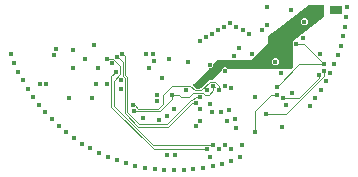
<source format=gbr>
%TF.GenerationSoftware,KiCad,Pcbnew,9.0.5*%
%TF.CreationDate,2025-10-30T22:03:55+01:00*%
%TF.ProjectId,36mm PCB,33366d6d-2050-4434-922e-6b696361645f,rev?*%
%TF.SameCoordinates,Original*%
%TF.FileFunction,Copper,L3,Inr*%
%TF.FilePolarity,Positive*%
%FSLAX46Y46*%
G04 Gerber Fmt 4.6, Leading zero omitted, Abs format (unit mm)*
G04 Created by KiCad (PCBNEW 9.0.5) date 2025-10-30 22:03:55*
%MOMM*%
%LPD*%
G01*
G04 APERTURE LIST*
%TA.AperFunction,ComponentPad*%
%ADD10R,1.000000X0.800000*%
%TD*%
%TA.AperFunction,ViaPad*%
%ADD11C,0.400000*%
%TD*%
%TA.AperFunction,Conductor*%
%ADD12C,0.100000*%
%TD*%
G04 APERTURE END LIST*
D10*
%TO.N,+3V0*%
%TO.C,J2*%
X165480000Y-95070000D03*
%TO.N,GND*%
X167080000Y-95070000D03*
%TD*%
D11*
%TO.N,GND*%
X151930000Y-102770000D03*
X151930000Y-102240000D03*
X151565954Y-98778557D03*
X150965954Y-98778557D03*
X162430000Y-100380000D03*
X160780000Y-96750000D03*
X164310000Y-97410000D03*
X158560000Y-105090000D03*
X158540000Y-104260000D03*
X157320000Y-103720000D03*
X156580000Y-103720000D03*
X157845000Y-104450000D03*
X145850000Y-99200000D03*
X159940000Y-98810000D03*
X162830000Y-103070000D03*
X140174791Y-100282707D03*
X145556824Y-106363784D03*
X167832791Y-96464370D03*
X163260000Y-95090001D03*
X167948428Y-95649789D03*
X167671581Y-97271170D03*
X151709590Y-108543764D03*
X148510174Y-107801021D03*
X168010000Y-94840000D03*
X146993070Y-107165478D03*
X158111156Y-96180002D03*
X166583318Y-100370140D03*
X155511928Y-97669994D03*
X165740000Y-98810000D03*
X166920316Y-99619575D03*
X158020000Y-103520000D03*
X154994071Y-108554639D03*
X167214622Y-98851267D03*
X156031544Y-97369993D03*
X159670000Y-97080000D03*
X156430000Y-103010000D03*
X158967765Y-107541734D03*
X141908027Y-103072657D03*
X142435781Y-103703838D03*
X146263680Y-106784815D03*
X156359200Y-107521581D03*
X165327473Y-102491993D03*
X158630771Y-96480002D03*
X155809089Y-108442121D03*
X164831647Y-103148553D03*
X157590386Y-96469999D03*
X140962929Y-101726437D03*
X153400000Y-107370000D03*
X157070770Y-96770000D03*
X143593376Y-104872382D03*
X149293098Y-108053893D03*
X150895336Y-108425853D03*
X156616499Y-108284001D03*
X140548570Y-101015648D03*
X139842771Y-99529927D03*
X152529183Y-108615753D03*
X162526202Y-104986315D03*
X166204694Y-101100590D03*
X142998156Y-104304378D03*
X152740000Y-107370000D03*
X150088989Y-108262390D03*
X157413754Y-108080779D03*
X158198335Y-107833096D03*
X144219560Y-105406055D03*
X139540000Y-98780000D03*
X154174020Y-108621199D03*
X167465307Y-98067640D03*
X147742691Y-107504570D03*
X153351525Y-108641592D03*
X159150385Y-96780000D03*
X156551154Y-97070001D03*
X153382512Y-103412512D03*
X144800000Y-98450000D03*
X147660000Y-101350000D03*
X165785638Y-101808620D03*
X141416558Y-102412829D03*
X144480000Y-102550000D03*
X144874732Y-105903713D03*
%TO.N,+3.3V*%
X148840000Y-101780000D03*
X144800000Y-99950000D03*
X150710000Y-104170000D03*
X159135000Y-106470000D03*
X146380000Y-102550000D03*
X160190000Y-102420000D03*
X154370000Y-101860000D03*
X158135000Y-106870000D03*
X146900000Y-99950000D03*
X161930000Y-99420000D03*
X157690000Y-100210000D03*
X158392122Y-98953911D03*
X156135000Y-101870000D03*
%TO.N,Net-(C20-Pad2)*%
X163380000Y-102070000D03*
%TO.N,+3V0*%
X161580000Y-97590000D03*
X155450000Y-101500000D03*
X162840000Y-99420000D03*
%TO.N,/Peripherals/VDDIO*%
X152070847Y-104384273D03*
%TO.N,Net-(IC2-CRST)*%
X146710000Y-101360000D03*
%TO.N,/Power/Charge +*%
X164393692Y-96037382D03*
X146555002Y-97999998D03*
%TO.N,/NRST*%
X157635000Y-101470000D03*
%TO.N,+1V8*%
X152774641Y-104064641D03*
X158830000Y-98250000D03*
%TO.N,Net-(D1-VCAP)*%
X158135000Y-101670000D03*
%TO.N,/I2C_SCL*%
X149897012Y-103110719D03*
X157135000Y-101870000D03*
%TO.N,/SWDIO*%
X155190000Y-104920000D03*
%TO.N,/H_Tim2*%
X155580000Y-102420000D03*
X148983266Y-98778557D03*
%TO.N,/Button press*%
X162070000Y-102220000D03*
X160180000Y-105420000D03*
%TO.N,/DEBLED*%
X157635000Y-106470000D03*
%TO.N,/H_on_GPIO*%
X156630000Y-106470000D03*
X147700000Y-99201000D03*
%TO.N,/H_Tim1*%
X148534974Y-98999999D03*
X155190000Y-102920000D03*
%TO.N,/Select dial*%
X156130000Y-106870000D03*
X148460000Y-100294323D03*
%TO.N,/I2C_SDA*%
X156640000Y-101470000D03*
X153149592Y-102240000D03*
X150000000Y-103600000D03*
%TO.N,/PCF_Reset*%
X157135000Y-106870000D03*
X156370000Y-99680000D03*
%TO.N,/SWCLK*%
X155580000Y-104420000D03*
%TO.N,/BMP581_INT*%
X155580000Y-103420000D03*
%TO.N,/Dial/MOT1*%
X152329119Y-100779693D03*
X143400000Y-98351003D03*
X148847277Y-100973924D03*
%TO.N,/Dial/VDD PROG*%
X151256277Y-99961251D03*
%TO.N,/Dial/MOT2*%
X143160000Y-98870000D03*
X151657420Y-99369628D03*
%TO.N,Net-(IC1-RESET)*%
X154540000Y-99499999D03*
X152950000Y-99210000D03*
%TO.N,/Power/STAT*%
X148074517Y-99549495D03*
X161190000Y-94830000D03*
%TO.N,Net-(IC5-PROG)*%
X161190000Y-96340000D03*
%TO.N,Net-(IC8-1D-)*%
X142482000Y-101340000D03*
%TO.N,Net-(IC8-1D+)*%
X141982169Y-101326916D03*
%TO.N,Net-(LDLN025PU1-EN)*%
X162040000Y-101570000D03*
X163720000Y-97940000D03*
X166044763Y-99650018D03*
%TO.N,Net-(TPS3424A11C13ADRLR1-~INT~)*%
X166074763Y-100210018D03*
X161120000Y-103880000D03*
%TO.N,Net-(TPS3424A11C13ADRLR1-kill)*%
X162600000Y-102490000D03*
X165624763Y-100560018D03*
%TD*%
D12*
%TO.N,/I2C_SDA*%
X156640000Y-101870000D02*
X156640000Y-101470000D01*
X154981000Y-102069000D02*
X155837611Y-102069000D01*
X156284305Y-102225695D02*
X156640000Y-101870000D01*
X154630000Y-102420000D02*
X154981000Y-102069000D01*
X155837611Y-102069000D02*
X155994306Y-102225695D01*
X153950000Y-102420000D02*
X154630000Y-102420000D01*
X153770000Y-102240000D02*
X153950000Y-102420000D01*
X153149592Y-102240000D02*
X153770000Y-102240000D01*
X155994306Y-102225695D02*
X156284305Y-102225695D01*
%TO.N,/I2C_SCL*%
X157135000Y-101468611D02*
X157135000Y-101870000D01*
X156785389Y-101119000D02*
X157135000Y-101468611D01*
X155648611Y-101860000D02*
X156389611Y-101119000D01*
X155110000Y-101860000D02*
X155648611Y-101860000D01*
X154730000Y-101480000D02*
X155110000Y-101860000D01*
X152021000Y-103429000D02*
X152400000Y-103050000D01*
X150020719Y-103110719D02*
X150339000Y-103429000D01*
X150339000Y-103429000D02*
X152021000Y-103429000D01*
X156389611Y-101119000D02*
X156785389Y-101119000D01*
X153200000Y-101480000D02*
X154730000Y-101480000D01*
X149897012Y-103110719D02*
X150020719Y-103110719D01*
X152400000Y-103050000D02*
X152400000Y-102280000D01*
X152400000Y-102280000D02*
X153200000Y-101480000D01*
%TO.N,/I2C_SDA*%
X153149592Y-102630408D02*
X153149592Y-102240000D01*
X152150000Y-103630000D02*
X153149592Y-102630408D01*
X150030000Y-103630000D02*
X152150000Y-103630000D01*
X150000000Y-103600000D02*
X150030000Y-103630000D01*
%TO.N,/I2C_SCL*%
X149879448Y-103093155D02*
X149879448Y-102973018D01*
X149879448Y-102973018D02*
X149888738Y-102963728D01*
%TO.N,/H_Tim1*%
X154900000Y-102920000D02*
X155190000Y-102920000D01*
X152879001Y-104941000D02*
X154900000Y-102920000D01*
X149199001Y-100829259D02*
X149199000Y-103813257D01*
X149010000Y-100640258D02*
X149199001Y-100829259D01*
X149199000Y-103813257D02*
X150326744Y-104941000D01*
X149010000Y-99469999D02*
X149010000Y-100640258D01*
X148614202Y-99074202D02*
X149010000Y-99469999D01*
X148609177Y-99074202D02*
X148614202Y-99074202D01*
X150326744Y-104941000D02*
X152879001Y-104941000D01*
X148534974Y-98999999D02*
X148609177Y-99074202D01*
%TO.N,/H_Tim2*%
X155170000Y-102420000D02*
X155580000Y-102420000D01*
X154871000Y-102719000D02*
X155170000Y-102420000D01*
X152795744Y-104740000D02*
X154816744Y-102719000D01*
X150410000Y-104740000D02*
X152795744Y-104740000D01*
X154816744Y-102719000D02*
X154871000Y-102719000D01*
X149400000Y-103730000D02*
X150410000Y-104740000D01*
X149400001Y-101332303D02*
X149400000Y-103730000D01*
X149399277Y-101331579D02*
X149400001Y-101332303D01*
X149211000Y-100557002D02*
X149399277Y-100745279D01*
X149210000Y-99385743D02*
X149211000Y-99386744D01*
X149210000Y-98980000D02*
X149210000Y-99385743D01*
X149008557Y-98778557D02*
X149210000Y-98980000D01*
X149211000Y-99386744D02*
X149211000Y-100557002D01*
X149399277Y-100745279D02*
X149399277Y-101331579D01*
X148983266Y-98778557D02*
X149008557Y-98778557D01*
%TO.N,/H_on_GPIO*%
X148256592Y-101053408D02*
X148256592Y-103166592D01*
X148810000Y-100500000D02*
X148256592Y-101053408D01*
X148810000Y-99770000D02*
X148810000Y-100500000D01*
X148220000Y-99180000D02*
X148810000Y-99770000D01*
X147721000Y-99180000D02*
X148220000Y-99180000D01*
X147700000Y-99201000D02*
X147721000Y-99180000D01*
X148256592Y-103166592D02*
X151560000Y-106470000D01*
X151560000Y-106470000D02*
X156630000Y-106470000D01*
%TO.N,/Button press*%
X161560000Y-102220000D02*
X160180000Y-103600000D01*
X162070000Y-102220000D02*
X161560000Y-102220000D01*
X160180000Y-103600000D02*
X160180000Y-105420000D01*
%TO.N,/Select dial*%
X148055592Y-100644408D02*
X148055592Y-103265592D01*
X148055592Y-103265592D02*
X151660000Y-106870000D01*
X151660000Y-106870000D02*
X156130000Y-106870000D01*
X148405677Y-100294323D02*
X148055592Y-100644408D01*
X148460000Y-100294323D02*
X148405677Y-100294323D01*
%TO.N,/I2C_SDA*%
X156781000Y-101611000D02*
X156640000Y-101470000D01*
%TO.N,Net-(LDLN025PU1-EN)*%
X163959982Y-99650018D02*
X162040000Y-101570000D01*
X164334745Y-97940000D02*
X166044763Y-99650018D01*
X163720000Y-97940000D02*
X164334745Y-97940000D01*
X166044763Y-99650018D02*
X163959982Y-99650018D01*
%TO.N,Net-(TPS3424A11C13ADRLR1-~INT~)*%
X166074763Y-100210018D02*
X166074763Y-100615237D01*
X162810000Y-103880000D02*
X161120000Y-103880000D01*
X166074763Y-100615237D02*
X162810000Y-103880000D01*
%TO.N,Net-(TPS3424A11C13ADRLR1-kill)*%
X165624763Y-100560018D02*
X165624763Y-100780981D01*
X165624763Y-100780981D02*
X163915744Y-102490000D01*
X163915744Y-102490000D02*
X162600000Y-102490000D01*
%TD*%
%TA.AperFunction,Conductor*%
%TO.N,+3V0*%
G36*
X166031452Y-94650185D02*
G01*
X166077207Y-94702989D01*
X166088407Y-94755692D01*
X166080572Y-95570458D01*
X166060244Y-95637305D01*
X166033174Y-95666780D01*
X163411261Y-97726260D01*
X163411260Y-97726262D01*
X163395832Y-99917002D01*
X163375676Y-99983901D01*
X163322551Y-100029283D01*
X163272414Y-100040128D01*
X158021565Y-100064652D01*
X157954434Y-100045280D01*
X157933305Y-100028334D01*
X157874512Y-99969541D01*
X157874504Y-99969535D01*
X157805995Y-99929982D01*
X157805990Y-99929979D01*
X157770457Y-99920458D01*
X157729562Y-99909500D01*
X157650438Y-99909500D01*
X157622441Y-99917002D01*
X157574009Y-99929979D01*
X157574004Y-99929982D01*
X157505495Y-99969535D01*
X157505487Y-99969541D01*
X157449541Y-100025487D01*
X157449535Y-100025495D01*
X157409982Y-100094004D01*
X157409977Y-100094015D01*
X157392808Y-100158089D01*
X157360374Y-100214015D01*
X156636270Y-100932521D01*
X156574818Y-100965768D01*
X156548930Y-100968500D01*
X156359672Y-100968500D01*
X156320803Y-100984600D01*
X156320804Y-100984601D01*
X156304363Y-100991411D01*
X156304360Y-100991412D01*
X156304359Y-100991413D01*
X156304358Y-100991413D01*
X156304356Y-100991415D01*
X155622590Y-101673181D01*
X155595662Y-101687884D01*
X155569844Y-101704477D01*
X155563643Y-101705368D01*
X155561267Y-101706666D01*
X155534909Y-101709500D01*
X155296738Y-101709500D01*
X155229699Y-101689815D01*
X155207864Y-101671972D01*
X155011226Y-101469872D01*
X154978584Y-101408096D01*
X154984523Y-101338479D01*
X155012158Y-101295979D01*
X156272338Y-100028334D01*
X156283528Y-100017078D01*
X156344752Y-99983412D01*
X156371468Y-99980500D01*
X156409560Y-99980500D01*
X156409562Y-99980500D01*
X156485989Y-99960021D01*
X156554511Y-99920460D01*
X156610460Y-99864511D01*
X156650021Y-99795989D01*
X156670500Y-99719562D01*
X156670500Y-99678960D01*
X156690185Y-99611921D01*
X156706554Y-99591545D01*
X156916417Y-99380438D01*
X161629500Y-99380438D01*
X161629500Y-99459562D01*
X161643152Y-99510513D01*
X161649979Y-99535990D01*
X161649982Y-99535995D01*
X161689535Y-99604504D01*
X161689539Y-99604509D01*
X161689540Y-99604511D01*
X161745489Y-99660460D01*
X161745491Y-99660461D01*
X161745495Y-99660464D01*
X161814004Y-99700017D01*
X161814011Y-99700021D01*
X161890438Y-99720500D01*
X161890440Y-99720500D01*
X161969560Y-99720500D01*
X161969562Y-99720500D01*
X162045989Y-99700021D01*
X162114511Y-99660460D01*
X162170460Y-99604511D01*
X162210021Y-99535989D01*
X162230500Y-99459562D01*
X162230500Y-99380438D01*
X162210021Y-99304011D01*
X162181385Y-99254411D01*
X162170464Y-99235495D01*
X162170458Y-99235487D01*
X162114512Y-99179541D01*
X162114504Y-99179535D01*
X162045995Y-99139982D01*
X162045990Y-99139979D01*
X162020513Y-99133152D01*
X161969562Y-99119500D01*
X161890438Y-99119500D01*
X161852224Y-99129739D01*
X161814009Y-99139979D01*
X161814004Y-99139982D01*
X161745495Y-99179535D01*
X161745487Y-99179541D01*
X161689541Y-99235487D01*
X161689535Y-99235495D01*
X161649982Y-99304004D01*
X161649979Y-99304009D01*
X161642108Y-99333385D01*
X161629500Y-99380438D01*
X156916417Y-99380438D01*
X156993751Y-99302645D01*
X157054972Y-99268982D01*
X157081409Y-99266070D01*
X159924761Y-99259874D01*
X161270000Y-97890000D01*
X161270000Y-97361828D01*
X161289685Y-97294789D01*
X161319381Y-97262793D01*
X162546929Y-96337882D01*
X162998261Y-95997820D01*
X164093192Y-95997820D01*
X164093192Y-96076944D01*
X164099247Y-96099540D01*
X164113671Y-96153372D01*
X164113674Y-96153377D01*
X164153227Y-96221886D01*
X164153231Y-96221891D01*
X164153232Y-96221893D01*
X164209181Y-96277842D01*
X164209183Y-96277843D01*
X164209187Y-96277846D01*
X164277696Y-96317399D01*
X164277703Y-96317403D01*
X164354130Y-96337882D01*
X164354132Y-96337882D01*
X164433252Y-96337882D01*
X164433254Y-96337882D01*
X164509681Y-96317403D01*
X164578203Y-96277842D01*
X164634152Y-96221893D01*
X164673713Y-96153371D01*
X164694192Y-96076944D01*
X164694192Y-95997820D01*
X164673713Y-95921393D01*
X164673709Y-95921386D01*
X164634156Y-95852877D01*
X164634150Y-95852869D01*
X164578204Y-95796923D01*
X164578196Y-95796917D01*
X164509687Y-95757364D01*
X164509682Y-95757361D01*
X164484205Y-95750534D01*
X164433254Y-95736882D01*
X164354130Y-95736882D01*
X164315916Y-95747121D01*
X164277701Y-95757361D01*
X164277696Y-95757364D01*
X164209187Y-95796917D01*
X164209179Y-95796923D01*
X164153233Y-95852869D01*
X164153227Y-95852877D01*
X164113674Y-95921386D01*
X164113671Y-95921391D01*
X164100018Y-95972344D01*
X164093192Y-95997820D01*
X162998261Y-95997820D01*
X164779842Y-94655464D01*
X164845230Y-94630844D01*
X164854461Y-94630500D01*
X165964413Y-94630500D01*
X166031452Y-94650185D01*
G37*
%TD.AperFunction*%
%TD*%
M02*

</source>
